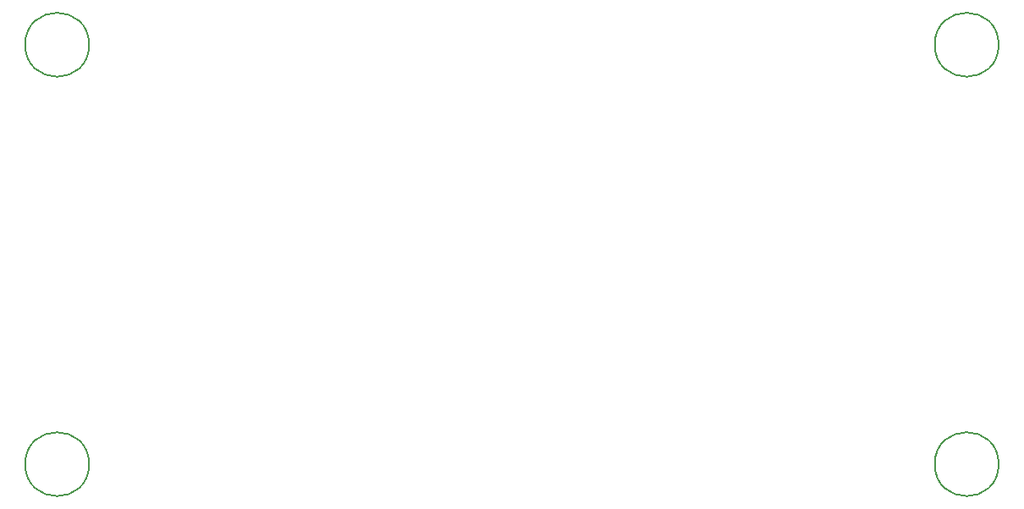
<source format=gbr>
%TF.GenerationSoftware,KiCad,Pcbnew,8.0.2*%
%TF.CreationDate,2024-07-28T21:03:14+03:00*%
%TF.ProjectId,hiro_samurai,6869726f-5f73-4616-9d75-7261692e6b69,rev?*%
%TF.SameCoordinates,Original*%
%TF.FileFunction,Other,Comment*%
%FSLAX46Y46*%
G04 Gerber Fmt 4.6, Leading zero omitted, Abs format (unit mm)*
G04 Created by KiCad (PCBNEW 8.0.2) date 2024-07-28 21:03:14*
%MOMM*%
%LPD*%
G01*
G04 APERTURE LIST*
%ADD10C,0.150000*%
G04 APERTURE END LIST*
D10*
%TO.C,H3*%
X6801700Y12005000D02*
G75*
G02*
X401700Y12005000I-3200000J0D01*
G01*
X401700Y12005000D02*
G75*
G02*
X6801700Y12005000I3200000J0D01*
G01*
%TO.C,H4*%
X97801700Y12005000D02*
G75*
G02*
X91401700Y12005000I-3200000J0D01*
G01*
X91401700Y12005000D02*
G75*
G02*
X97801700Y12005000I3200000J0D01*
G01*
%TO.C,H2*%
X6801700Y54005000D02*
G75*
G02*
X401700Y54005000I-3200000J0D01*
G01*
X401700Y54005000D02*
G75*
G02*
X6801700Y54005000I3200000J0D01*
G01*
%TO.C,H1*%
X97801700Y54005000D02*
G75*
G02*
X91401700Y54005000I-3200000J0D01*
G01*
X91401700Y54005000D02*
G75*
G02*
X97801700Y54005000I3200000J0D01*
G01*
%TD*%
M02*

</source>
